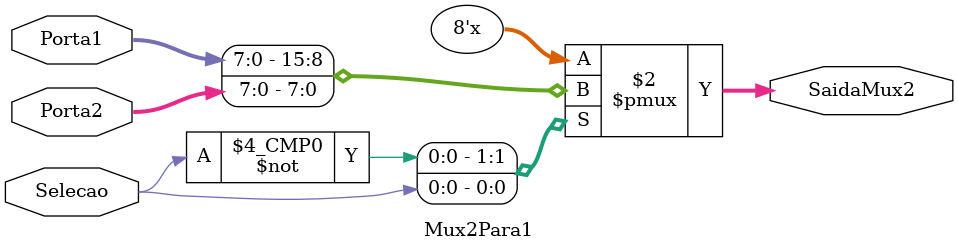
<source format=v>
module Mux2Para1 (Porta1, Porta2, Selecao, SaidaMux2);
    input wire [7:0] Porta1, Porta2; 
    input wire Selecao;
    output reg [7:0] SaidaMux2;
    
    always @(*) begin
        case (Selecao)
            1'b0: SaidaMux2 = Porta1;
            1'b1: SaidaMux2 = Porta2;
        endcase
    end
endmodule

</source>
